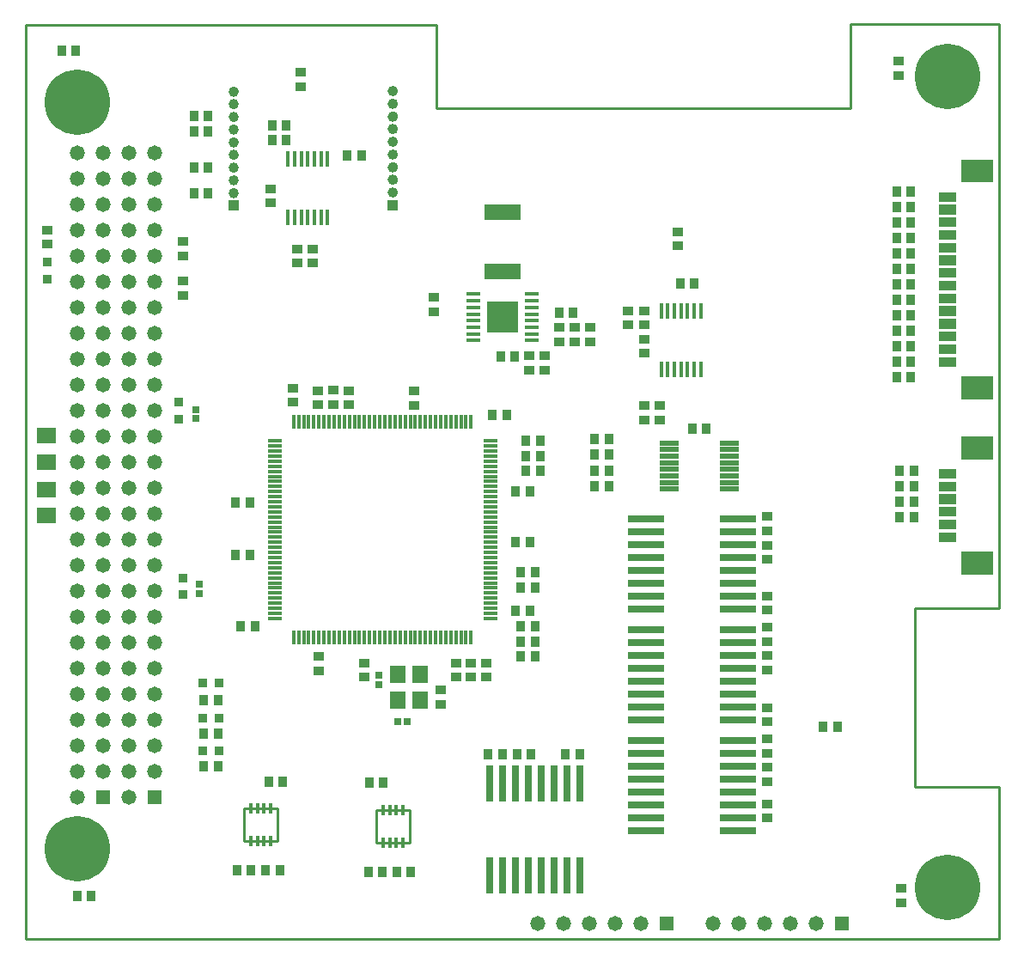
<source format=gts>
G04*
G04 #@! TF.GenerationSoftware,Altium Limited,Altium Designer,21.8.1 (53)*
G04*
G04 Layer_Color=8388736*
%FSLAX44Y44*%
%MOMM*%
G71*
G04*
G04 #@! TF.SameCoordinates,50A5A8F4-FCC5-4A63-BB33-6A8E803C0949*
G04*
G04*
G04 #@! TF.FilePolarity,Negative*
G04*
G01*
G75*
%ADD15C,0.2540*%
%ADD28R,1.4000X0.3500*%
%ADD38C,0.5012*%
%ADD39R,0.4016X1.0016*%
%ADD40R,0.9016X1.0016*%
%ADD41R,3.5216X1.5916*%
%ADD42R,0.4516X1.5016*%
%ADD43R,1.0016X0.9016*%
%ADD44R,0.6516X0.6516*%
%ADD45R,0.9016X0.9016*%
%ADD46R,3.0500X3.0500*%
%ADD47R,0.9016X0.9016*%
%ADD48R,3.6016X0.7016*%
%ADD49R,0.7016X3.6016*%
%ADD50R,0.4516X1.4516*%
%ADD51R,1.4516X0.4516*%
%ADD52R,0.6516X0.6516*%
%ADD53R,1.6016X1.8016*%
%ADD54R,1.9324X0.5724*%
%ADD55R,1.9016X1.5016*%
%ADD56C,1.0024*%
%ADD57R,1.0024X1.0024*%
%ADD58C,1.4716*%
%ADD59R,1.4716X1.4716*%
%ADD60R,1.4716X1.4716*%
%ADD61C,6.4516*%
G36*
X953262Y745378D02*
X921738D01*
Y767902D01*
X953262D01*
Y745378D01*
D02*
G37*
G36*
X917262Y726378D02*
X899738D01*
Y735902D01*
X917262D01*
Y726378D01*
D02*
G37*
G36*
X367012Y717988D02*
X356988D01*
Y728012D01*
X367012D01*
Y717988D01*
D02*
G37*
G36*
X210012Y717488D02*
X199988D01*
Y727512D01*
X210012D01*
Y717488D01*
D02*
G37*
G36*
X917262Y713878D02*
X899738D01*
Y723402D01*
X917262D01*
Y713878D01*
D02*
G37*
G36*
Y701378D02*
X899738D01*
Y710902D01*
X917262D01*
Y701378D01*
D02*
G37*
G36*
Y688878D02*
X899738D01*
Y698402D01*
X917262D01*
Y688878D01*
D02*
G37*
G36*
Y676378D02*
X899738D01*
Y685902D01*
X917262D01*
Y676378D01*
D02*
G37*
G36*
Y663878D02*
X899738D01*
Y673402D01*
X917262D01*
Y663878D01*
D02*
G37*
G36*
Y651378D02*
X899738D01*
Y660902D01*
X917262D01*
Y651378D01*
D02*
G37*
G36*
Y638878D02*
X899738D01*
Y648402D01*
X917262D01*
Y638878D01*
D02*
G37*
G36*
Y626378D02*
X899738D01*
Y635902D01*
X917262D01*
Y626378D01*
D02*
G37*
G36*
Y613878D02*
X899738D01*
Y623402D01*
X917262D01*
Y613878D01*
D02*
G37*
G36*
Y601378D02*
X899738D01*
Y610902D01*
X917262D01*
Y601378D01*
D02*
G37*
G36*
Y588878D02*
X899738D01*
Y598402D01*
X917262D01*
Y588878D01*
D02*
G37*
G36*
Y576378D02*
X899738D01*
Y585902D01*
X917262D01*
Y576378D01*
D02*
G37*
G36*
Y563878D02*
X899738D01*
Y573402D01*
X917262D01*
Y563878D01*
D02*
G37*
G36*
X953262Y531878D02*
X921738D01*
Y554402D01*
X953262D01*
Y531878D01*
D02*
G37*
G36*
Y472488D02*
X921738D01*
Y495012D01*
X953262D01*
Y472488D01*
D02*
G37*
G36*
X917262Y453488D02*
X899738D01*
Y463012D01*
X917262D01*
Y453488D01*
D02*
G37*
G36*
Y440988D02*
X899738D01*
Y450512D01*
X917262D01*
Y440988D01*
D02*
G37*
G36*
Y428488D02*
X899738D01*
Y438012D01*
X917262D01*
Y428488D01*
D02*
G37*
G36*
Y415988D02*
X899738D01*
Y425512D01*
X917262D01*
Y415988D01*
D02*
G37*
G36*
Y403488D02*
X899738D01*
Y413012D01*
X917262D01*
Y403488D01*
D02*
G37*
G36*
Y390988D02*
X899738D01*
Y400512D01*
X917262D01*
Y390988D01*
D02*
G37*
G36*
X953262Y358988D02*
X921738D01*
Y381512D01*
X953262D01*
Y358988D01*
D02*
G37*
D15*
X215300Y96520D02*
X248100D01*
X215300Y128820D02*
X248100D01*
X215300Y96520D02*
Y128820D01*
X248100Y96520D02*
Y128820D01*
X345550Y94340D02*
X378350D01*
X345550Y126640D02*
X378350D01*
X345550Y94340D02*
Y126640D01*
X378350Y94340D02*
Y126640D01*
X876155Y325428D02*
X958655D01*
X876155Y150000D02*
Y325428D01*
X959000D02*
X959000Y901700D01*
X876155Y150000D02*
X959000D01*
Y0D02*
Y150000D01*
X0Y901000D02*
X405000D01*
X812500Y901700D02*
X959000Y901700D01*
X405000Y818750D02*
X812500D01*
Y901250D01*
X405000Y818750D02*
Y901000D01*
X0Y0D02*
Y901000D01*
Y0D02*
X959000D01*
D28*
X441552Y635250D02*
D03*
Y628750D02*
D03*
Y622250D02*
D03*
Y615750D02*
D03*
Y609250D02*
D03*
Y602750D02*
D03*
Y596250D02*
D03*
Y589750D02*
D03*
X498448D02*
D03*
Y596250D02*
D03*
Y602750D02*
D03*
Y609250D02*
D03*
Y615750D02*
D03*
Y622250D02*
D03*
Y628750D02*
D03*
Y635250D02*
D03*
D38*
X207506Y835000D02*
G03*
X207506Y835000I-2506J0D01*
G01*
Y822500D02*
G03*
X207506Y822500I-2506J0D01*
G01*
Y810000D02*
G03*
X207506Y810000I-2506J0D01*
G01*
Y797500D02*
G03*
X207506Y797500I-2506J0D01*
G01*
Y785000D02*
G03*
X207506Y785000I-2506J0D01*
G01*
Y772500D02*
G03*
X207506Y772500I-2506J0D01*
G01*
Y760000D02*
G03*
X207506Y760000I-2506J0D01*
G01*
Y747500D02*
G03*
X207506Y747500I-2506J0D01*
G01*
Y735000D02*
G03*
X207506Y735000I-2506J0D01*
G01*
X364506Y835500D02*
G03*
X364506Y835500I-2506J0D01*
G01*
Y823000D02*
G03*
X364506Y823000I-2506J0D01*
G01*
Y810500D02*
G03*
X364506Y810500I-2506J0D01*
G01*
Y798000D02*
G03*
X364506Y798000I-2506J0D01*
G01*
Y785500D02*
G03*
X364506Y785500I-2506J0D01*
G01*
Y773000D02*
G03*
X364506Y773000I-2506J0D01*
G01*
Y760500D02*
G03*
X364506Y760500I-2506J0D01*
G01*
Y748000D02*
G03*
X364506Y748000I-2506J0D01*
G01*
Y735500D02*
G03*
X364506Y735500I-2506J0D01*
G01*
D39*
X228450Y128820D02*
D03*
Y96520D02*
D03*
X234950Y128820D02*
D03*
Y96520D02*
D03*
X221950D02*
D03*
X241450D02*
D03*
X221950Y128820D02*
D03*
X241450D02*
D03*
X358700Y126640D02*
D03*
Y94340D02*
D03*
X365200Y126640D02*
D03*
Y94340D02*
D03*
X352200D02*
D03*
X371700D02*
D03*
X352200Y126640D02*
D03*
X371700D02*
D03*
D40*
X365540Y65670D02*
D03*
X379540D02*
D03*
X351540D02*
D03*
X337540D02*
D03*
X208280Y67310D02*
D03*
X222280D02*
D03*
X250280D02*
D03*
X236280D02*
D03*
X239380Y154940D02*
D03*
X253380D02*
D03*
X352440Y153670D02*
D03*
X338440D02*
D03*
X561000Y477163D02*
D03*
X575000D02*
D03*
X561000Y492827D02*
D03*
X575000D02*
D03*
X498000Y182000D02*
D03*
X484000D02*
D03*
X456000D02*
D03*
X470000D02*
D03*
X532000D02*
D03*
X546000D02*
D03*
X786000Y209000D02*
D03*
X800000D02*
D03*
X180000Y760000D02*
D03*
X166000D02*
D03*
X180000Y811000D02*
D03*
X166000D02*
D03*
X502000Y308000D02*
D03*
X488000D02*
D03*
X502000Y293000D02*
D03*
X488000D02*
D03*
X502000Y278000D02*
D03*
X488000D02*
D03*
X671000Y503000D02*
D03*
X657000D02*
D03*
X561000Y461500D02*
D03*
X575000D02*
D03*
X561000Y445837D02*
D03*
X575000D02*
D03*
X243000Y787000D02*
D03*
X257000D02*
D03*
X257000Y802000D02*
D03*
X243000D02*
D03*
X525750Y616750D02*
D03*
X539750D02*
D03*
X468000Y574000D02*
D03*
X482000D02*
D03*
X317000Y772000D02*
D03*
X331000D02*
D03*
X872200Y614300D02*
D03*
X858200D02*
D03*
X872200Y629540D02*
D03*
X858200D02*
D03*
X872200Y644780D02*
D03*
X858200D02*
D03*
X872200Y660020D02*
D03*
X858200D02*
D03*
X858200Y675260D02*
D03*
X872200D02*
D03*
X858200Y690500D02*
D03*
X872200D02*
D03*
X872200Y705740D02*
D03*
X858200D02*
D03*
X858200Y720980D02*
D03*
X872200D02*
D03*
X872200Y553340D02*
D03*
X858200D02*
D03*
X872200Y568580D02*
D03*
X858200D02*
D03*
X872200Y583820D02*
D03*
X858200D02*
D03*
X872200Y599060D02*
D03*
X858200D02*
D03*
X858200Y736220D02*
D03*
X872200D02*
D03*
X875210Y461040D02*
D03*
X861210D02*
D03*
X875210Y430560D02*
D03*
X861210D02*
D03*
X875210Y445800D02*
D03*
X861210D02*
D03*
X875210Y415320D02*
D03*
X861210D02*
D03*
X64500Y42500D02*
D03*
X50500D02*
D03*
X35500Y875000D02*
D03*
X49500D02*
D03*
X212000Y308000D02*
D03*
X226000D02*
D03*
X207000Y430000D02*
D03*
X221000D02*
D03*
X207000Y378000D02*
D03*
X221000D02*
D03*
X166000Y735000D02*
D03*
X180000D02*
D03*
X166000Y796000D02*
D03*
X180000D02*
D03*
X497000Y391000D02*
D03*
X483000D02*
D03*
X497000Y441000D02*
D03*
X483000D02*
D03*
X507000Y461000D02*
D03*
X493000D02*
D03*
X507000Y476000D02*
D03*
X493000D02*
D03*
X507000Y491000D02*
D03*
X493000D02*
D03*
X474000Y516000D02*
D03*
X460000D02*
D03*
X497000Y323000D02*
D03*
X483000D02*
D03*
X502000Y346000D02*
D03*
X488000D02*
D03*
X502000Y361000D02*
D03*
X488000D02*
D03*
X175500Y235000D02*
D03*
X189500D02*
D03*
X175500Y202500D02*
D03*
X189500D02*
D03*
X175500Y170000D02*
D03*
X189500D02*
D03*
X645000Y646000D02*
D03*
X659000D02*
D03*
D41*
X470000Y657500D02*
D03*
Y715780D02*
D03*
D42*
X265000Y768750D02*
D03*
X271500D02*
D03*
X278000D02*
D03*
X284500D02*
D03*
X291000D02*
D03*
X284500Y711250D02*
D03*
X291000D02*
D03*
X297500D02*
D03*
X278000D02*
D03*
X271500D02*
D03*
X265000D02*
D03*
X258500D02*
D03*
Y768750D02*
D03*
X297500D02*
D03*
X626234Y561580D02*
D03*
Y619080D02*
D03*
X632734D02*
D03*
X639234D02*
D03*
X645734D02*
D03*
X652234D02*
D03*
X658734D02*
D03*
X652234Y561580D02*
D03*
X658734D02*
D03*
X665234D02*
D03*
Y619080D02*
D03*
X645734Y561580D02*
D03*
X639234D02*
D03*
X632734D02*
D03*
D43*
X21590Y698500D02*
D03*
Y684500D02*
D03*
X409000Y231000D02*
D03*
Y245000D02*
D03*
X383000Y540000D02*
D03*
Y526000D02*
D03*
X424000Y258000D02*
D03*
Y272000D02*
D03*
X731000Y374000D02*
D03*
Y388000D02*
D03*
Y416000D02*
D03*
Y402000D02*
D03*
X624890Y525612D02*
D03*
Y511612D02*
D03*
X609650Y525612D02*
D03*
Y511612D02*
D03*
X241000Y725000D02*
D03*
Y739000D02*
D03*
X402250Y618000D02*
D03*
Y632000D02*
D03*
X541250Y602250D02*
D03*
Y588250D02*
D03*
X496500Y560500D02*
D03*
Y574500D02*
D03*
X556250Y602250D02*
D03*
Y588250D02*
D03*
X511500Y560500D02*
D03*
Y574500D02*
D03*
X526250Y602250D02*
D03*
Y588250D02*
D03*
X731000Y338000D02*
D03*
Y324000D02*
D03*
Y119000D02*
D03*
Y133000D02*
D03*
Y197000D02*
D03*
Y183000D02*
D03*
Y155000D02*
D03*
Y169000D02*
D03*
Y265000D02*
D03*
Y279000D02*
D03*
Y228000D02*
D03*
Y214000D02*
D03*
Y307000D02*
D03*
Y293000D02*
D03*
X271000Y840000D02*
D03*
Y854000D02*
D03*
X267990Y666000D02*
D03*
Y680000D02*
D03*
X283000Y666000D02*
D03*
Y680000D02*
D03*
X263450Y542940D02*
D03*
Y528940D02*
D03*
X862500Y35500D02*
D03*
Y49500D02*
D03*
X860000Y865000D02*
D03*
Y851000D02*
D03*
X454000Y258000D02*
D03*
Y272000D02*
D03*
X289000Y264000D02*
D03*
Y278000D02*
D03*
X334000Y258000D02*
D03*
Y272000D02*
D03*
X288290Y526400D02*
D03*
Y540400D02*
D03*
X303328Y526472D02*
D03*
Y540472D02*
D03*
X318770Y540400D02*
D03*
Y526400D02*
D03*
X439000Y258000D02*
D03*
Y272000D02*
D03*
X155000Y673000D02*
D03*
Y687000D02*
D03*
Y634000D02*
D03*
Y648000D02*
D03*
X594000Y605000D02*
D03*
Y619000D02*
D03*
X610000Y619000D02*
D03*
Y605000D02*
D03*
X643000Y697000D02*
D03*
Y683000D02*
D03*
X610000Y577000D02*
D03*
Y591000D02*
D03*
D44*
X167340Y521670D02*
D03*
Y512670D02*
D03*
X348000Y250500D02*
D03*
Y259500D02*
D03*
X171410Y340240D02*
D03*
Y349240D02*
D03*
D45*
X150830Y528650D02*
D03*
Y512150D02*
D03*
X154900Y339090D02*
D03*
Y355590D02*
D03*
X21590Y666740D02*
D03*
Y650240D02*
D03*
D46*
X470000Y612500D02*
D03*
D47*
X174250Y217500D02*
D03*
X190750D02*
D03*
X174250Y185000D02*
D03*
X190750D02*
D03*
X174250Y252500D02*
D03*
X190750D02*
D03*
D48*
X611672Y376044D02*
D03*
Y388744D02*
D03*
Y401444D02*
D03*
Y414144D02*
D03*
X701672D02*
D03*
Y401444D02*
D03*
Y388744D02*
D03*
Y376044D02*
D03*
Y363344D02*
D03*
Y325244D02*
D03*
Y337944D02*
D03*
Y350644D02*
D03*
X611672Y363344D02*
D03*
Y350644D02*
D03*
Y337944D02*
D03*
Y325244D02*
D03*
Y157350D02*
D03*
Y170050D02*
D03*
Y182750D02*
D03*
Y195450D02*
D03*
X701672D02*
D03*
Y182750D02*
D03*
Y170050D02*
D03*
Y157350D02*
D03*
Y144650D02*
D03*
Y106550D02*
D03*
Y119250D02*
D03*
Y131950D02*
D03*
X611672Y144650D02*
D03*
Y131950D02*
D03*
Y119250D02*
D03*
Y106550D02*
D03*
Y266316D02*
D03*
Y279016D02*
D03*
Y291716D02*
D03*
Y304416D02*
D03*
X701672D02*
D03*
Y291716D02*
D03*
Y279016D02*
D03*
Y266316D02*
D03*
Y253616D02*
D03*
Y215516D02*
D03*
Y228216D02*
D03*
Y240916D02*
D03*
X611672Y253616D02*
D03*
Y240916D02*
D03*
Y228216D02*
D03*
Y215516D02*
D03*
D49*
X495688Y62672D02*
D03*
X482988D02*
D03*
X470288D02*
D03*
X457588D02*
D03*
Y152672D02*
D03*
X470288D02*
D03*
X482988D02*
D03*
X495688D02*
D03*
X508388D02*
D03*
X546488D02*
D03*
X533788D02*
D03*
X521088D02*
D03*
X508388Y62672D02*
D03*
X521088D02*
D03*
X533788D02*
D03*
X546488D02*
D03*
D50*
X264000Y297000D02*
D03*
X269000D02*
D03*
X274000D02*
D03*
X279000D02*
D03*
X284000D02*
D03*
X289000D02*
D03*
X294000D02*
D03*
X299000D02*
D03*
X304000D02*
D03*
X309000D02*
D03*
X314000D02*
D03*
X319000D02*
D03*
X324000D02*
D03*
X329000D02*
D03*
X334000D02*
D03*
X339000D02*
D03*
X344000D02*
D03*
X349000D02*
D03*
X354000D02*
D03*
X359000D02*
D03*
X364000D02*
D03*
X369000D02*
D03*
X374000D02*
D03*
X379000D02*
D03*
X384000D02*
D03*
X389000D02*
D03*
X394000D02*
D03*
X399000D02*
D03*
X404000D02*
D03*
X409000D02*
D03*
X414000D02*
D03*
X419000D02*
D03*
X424000D02*
D03*
X429000D02*
D03*
X434000D02*
D03*
X439000D02*
D03*
Y509500D02*
D03*
X434000D02*
D03*
X429000D02*
D03*
X424000D02*
D03*
X419000D02*
D03*
X414000D02*
D03*
X409000D02*
D03*
X404000D02*
D03*
X399000D02*
D03*
X394000D02*
D03*
X389000D02*
D03*
X384000D02*
D03*
X379000D02*
D03*
X374000D02*
D03*
X369000D02*
D03*
X364000D02*
D03*
X359000D02*
D03*
X354000D02*
D03*
X349000D02*
D03*
X344000D02*
D03*
X339000D02*
D03*
X334000D02*
D03*
X329000D02*
D03*
X324000D02*
D03*
X319000D02*
D03*
X314000D02*
D03*
X309000D02*
D03*
X304000D02*
D03*
X299000D02*
D03*
X294000D02*
D03*
X289000D02*
D03*
X284000D02*
D03*
X279000D02*
D03*
X274000D02*
D03*
X269000D02*
D03*
X264000D02*
D03*
D51*
X457750Y315750D02*
D03*
Y320750D02*
D03*
Y325750D02*
D03*
Y330750D02*
D03*
Y335750D02*
D03*
Y340750D02*
D03*
Y345750D02*
D03*
Y350750D02*
D03*
Y355750D02*
D03*
Y360750D02*
D03*
Y365750D02*
D03*
Y370750D02*
D03*
Y375750D02*
D03*
Y380750D02*
D03*
Y385750D02*
D03*
Y390750D02*
D03*
Y395750D02*
D03*
Y400750D02*
D03*
Y405750D02*
D03*
Y410750D02*
D03*
Y415750D02*
D03*
Y420750D02*
D03*
Y425750D02*
D03*
Y430750D02*
D03*
Y435750D02*
D03*
Y440750D02*
D03*
Y445750D02*
D03*
Y450750D02*
D03*
Y455750D02*
D03*
Y460750D02*
D03*
Y465750D02*
D03*
Y470750D02*
D03*
Y475750D02*
D03*
Y480750D02*
D03*
Y485750D02*
D03*
Y490750D02*
D03*
X245250D02*
D03*
Y485750D02*
D03*
Y480750D02*
D03*
Y475750D02*
D03*
Y470750D02*
D03*
Y465750D02*
D03*
Y460750D02*
D03*
Y455750D02*
D03*
Y450750D02*
D03*
Y445750D02*
D03*
Y440750D02*
D03*
Y435750D02*
D03*
Y430750D02*
D03*
Y425750D02*
D03*
Y420750D02*
D03*
Y415750D02*
D03*
Y410750D02*
D03*
Y405750D02*
D03*
Y400750D02*
D03*
Y395750D02*
D03*
Y390750D02*
D03*
Y385750D02*
D03*
Y380750D02*
D03*
Y375750D02*
D03*
Y370750D02*
D03*
Y365750D02*
D03*
Y360750D02*
D03*
Y355750D02*
D03*
Y350750D02*
D03*
Y345750D02*
D03*
Y340750D02*
D03*
Y335750D02*
D03*
Y330750D02*
D03*
Y325750D02*
D03*
Y320750D02*
D03*
Y315750D02*
D03*
D52*
X367000Y214000D02*
D03*
X376000D02*
D03*
D53*
X389000Y235300D02*
D03*
Y260700D02*
D03*
X367000D02*
D03*
Y235300D02*
D03*
D54*
X693400Y456250D02*
D03*
X634600D02*
D03*
X693400Y488750D02*
D03*
Y482250D02*
D03*
Y475750D02*
D03*
Y469250D02*
D03*
Y462750D02*
D03*
Y449750D02*
D03*
Y443250D02*
D03*
X634600D02*
D03*
Y449750D02*
D03*
Y462750D02*
D03*
Y469250D02*
D03*
Y475750D02*
D03*
Y482250D02*
D03*
Y488750D02*
D03*
D55*
X20000Y496000D02*
D03*
Y470000D02*
D03*
Y417000D02*
D03*
Y443000D02*
D03*
D56*
X205000Y835000D02*
D03*
Y822500D02*
D03*
Y810000D02*
D03*
Y797500D02*
D03*
Y785000D02*
D03*
Y772500D02*
D03*
Y760000D02*
D03*
Y747500D02*
D03*
Y735000D02*
D03*
X362000Y835500D02*
D03*
Y823000D02*
D03*
Y810500D02*
D03*
Y798000D02*
D03*
Y785500D02*
D03*
Y773000D02*
D03*
Y760500D02*
D03*
Y748000D02*
D03*
Y735500D02*
D03*
D57*
X205000Y722500D02*
D03*
X362000Y723000D02*
D03*
D58*
X677000Y15000D02*
D03*
X702400D02*
D03*
X727800D02*
D03*
X753200D02*
D03*
X778600D02*
D03*
X505000D02*
D03*
X530400D02*
D03*
X555800D02*
D03*
X581200D02*
D03*
X606600D02*
D03*
X101600Y647700D02*
D03*
Y622300D02*
D03*
Y571500D02*
D03*
Y596900D02*
D03*
Y520700D02*
D03*
Y495300D02*
D03*
Y469900D02*
D03*
Y419100D02*
D03*
Y444500D02*
D03*
Y368300D02*
D03*
Y317500D02*
D03*
Y393700D02*
D03*
Y342900D02*
D03*
Y546100D02*
D03*
Y673100D02*
D03*
X127000Y266700D02*
D03*
Y342900D02*
D03*
Y317500D02*
D03*
Y292100D02*
D03*
Y368300D02*
D03*
Y419100D02*
D03*
Y165100D02*
D03*
Y215900D02*
D03*
Y241300D02*
D03*
Y190500D02*
D03*
Y393700D02*
D03*
X101600Y774700D02*
D03*
Y698500D02*
D03*
Y749300D02*
D03*
X127000Y723900D02*
D03*
Y749300D02*
D03*
X101600Y723900D02*
D03*
X127000Y774700D02*
D03*
Y698500D02*
D03*
Y647700D02*
D03*
Y622300D02*
D03*
Y596900D02*
D03*
Y571500D02*
D03*
Y546100D02*
D03*
Y520700D02*
D03*
Y469900D02*
D03*
Y444500D02*
D03*
Y673100D02*
D03*
Y495300D02*
D03*
X101600Y241300D02*
D03*
Y266700D02*
D03*
Y190500D02*
D03*
Y292100D02*
D03*
Y139700D02*
D03*
Y215900D02*
D03*
Y165100D02*
D03*
X50800Y647700D02*
D03*
Y622300D02*
D03*
Y571500D02*
D03*
Y596900D02*
D03*
Y520700D02*
D03*
Y495300D02*
D03*
Y469900D02*
D03*
Y419100D02*
D03*
Y444500D02*
D03*
Y368300D02*
D03*
Y317500D02*
D03*
Y393700D02*
D03*
Y342900D02*
D03*
Y546100D02*
D03*
Y673100D02*
D03*
X76200Y266700D02*
D03*
Y342900D02*
D03*
Y317500D02*
D03*
Y292100D02*
D03*
Y368300D02*
D03*
Y419100D02*
D03*
Y165100D02*
D03*
Y215900D02*
D03*
Y241300D02*
D03*
Y190500D02*
D03*
Y393700D02*
D03*
X50800Y774700D02*
D03*
Y698500D02*
D03*
Y749300D02*
D03*
X76200Y723900D02*
D03*
Y749300D02*
D03*
X50800Y723900D02*
D03*
X76200Y774700D02*
D03*
Y698500D02*
D03*
Y647700D02*
D03*
Y622300D02*
D03*
Y596900D02*
D03*
Y571500D02*
D03*
Y546100D02*
D03*
Y520700D02*
D03*
Y469900D02*
D03*
Y444500D02*
D03*
Y673100D02*
D03*
Y495300D02*
D03*
X50800Y241300D02*
D03*
Y266700D02*
D03*
Y190500D02*
D03*
Y292100D02*
D03*
Y139700D02*
D03*
Y215900D02*
D03*
Y165100D02*
D03*
D59*
X804000Y15000D02*
D03*
X632000D02*
D03*
D60*
X127000Y139700D02*
D03*
X76200D02*
D03*
D61*
X908200Y850200D02*
D03*
Y50800D02*
D03*
X50800Y88900D02*
D03*
Y824800D02*
D03*
M02*

</source>
